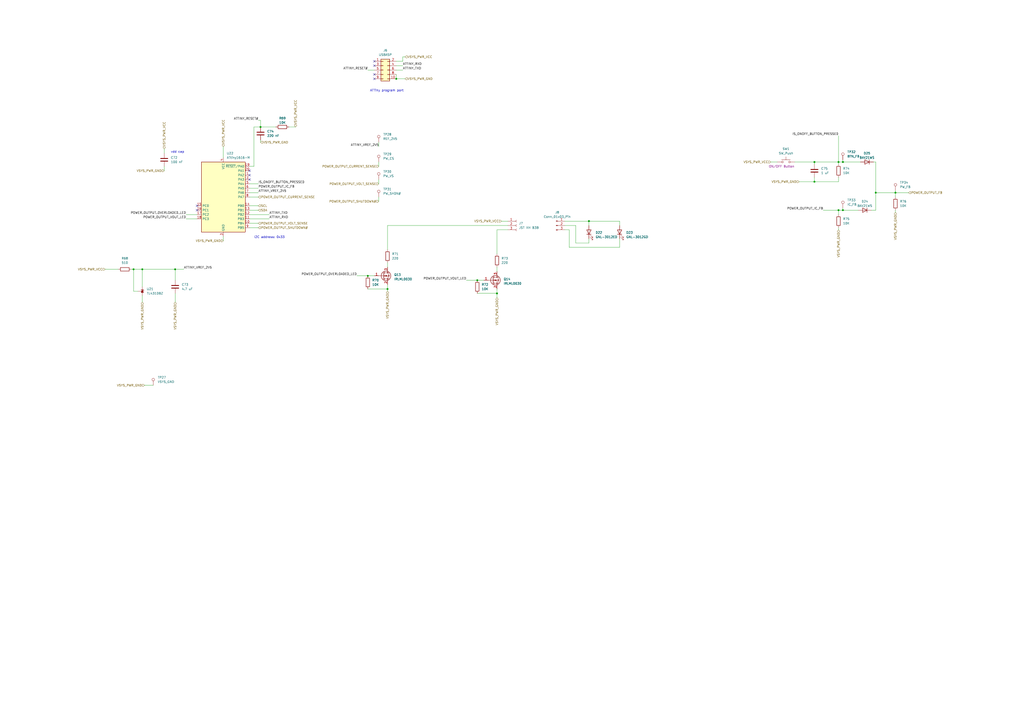
<source format=kicad_sch>
(kicad_sch (version 20231120) (generator "eeschema") (generator_version "8.0")
  (paper "A2")
  (lib_symbols
    (symbol "Connector:Conn_01x03_Pin" (pin_names (offset 1.016) hide)
      (property "Reference" "J" (at 0 5.08 0))
      (property "Value" "Conn_01x03_Pin" (at 0 -5.08 0))
      (symbol "Conn_01x03_Pin_1_1"
        (polyline (pts (xy 1.27 -2.54) (xy 0.8636 -2.54)) (stroke (width 0.1524)))
        (polyline (pts (xy 1.27 0) (xy 0.8636 0)) (stroke (width 0.1524)))
        (polyline (pts (xy 1.27 2.54) (xy 0.8636 2.54)) (stroke (width 0.1524)))
        (rectangle (start 0.8636 -2.413) (end 0 -2.667) (stroke (width 0.1524)) (fill (type outline)))
        (rectangle (start 0.8636 0.127) (end 0 -0.127) (stroke (width 0.1524)) (fill (type outline)))
        (rectangle (start 0.8636 2.667) (end 0 2.413) (stroke (width 0.1524)) (fill (type outline)))
        (pin passive line (at 5.08 2.54 180) (length 3.81) (name "Pin_1") (number "1"))
        (pin passive line (at 5.08 0 180) (length 3.81) (name "Pin_2") (number "2"))
        (pin passive line (at 5.08 -2.54 180) (length 3.81) (name "Pin_3") (number "3"))
      )
    )
    (symbol "Connector:Conn_01x03_Socket" (pin_names (offset 1.016) hide)
      (property "Reference" "J" (at 0 5.08 0))
      (property "Value" "Conn_01x03_Socket" (at 0 -5.08 0))
      (symbol "Conn_01x03_Socket_1_1"
        (arc (start 0 -2.032) (mid -0.5058 -2.54) (end 0 -3.048) (stroke (width 0.1524)))
        (polyline (pts (xy -1.27 -2.54) (xy -0.508 -2.54)) (stroke (width 0.1524)))
        (polyline (pts (xy -1.27 0) (xy -0.508 0)) (stroke (width 0.1524)))
        (polyline (pts (xy -1.27 2.54) (xy -0.508 2.54)) (stroke (width 0.1524)))
        (arc (start 0 0.508) (mid -0.5058 0) (end 0 -0.508) (stroke (width 0.1524)))
        (arc (start 0 3.048) (mid -0.5058 2.54) (end 0 2.032) (stroke (width 0.1524)))
        (pin passive line (at -5.08 2.54 0) (length 3.81) (name "Pin_1") (number "1"))
        (pin passive line (at -5.08 0 0) (length 3.81) (name "Pin_2") (number "2"))
        (pin passive line (at -5.08 -2.54 0) (length 3.81) (name "Pin_3") (number "3"))
      )
    )
    (symbol "Connector:TestPoint" (pin_numbers hide) (pin_names (offset 0.762) hide)
      (property "Reference" "TP" (at 0 6.858 0))
      (property "Value" "TestPoint" (at 0 5.08 0))
      (symbol "TestPoint_0_1"
        (circle (center 0 3.302) (radius 0.762))
      )
      (symbol "TestPoint_1_1"
        (pin passive line (at 0 0 90) (length 2.54) (name "1") (number "1"))
      )
    )
    (symbol "Connector_Generic:Conn_02x05_Odd_Even" (pin_names (offset 1.016) hide)
      (property "Reference" "J" (at 1.27 7.62 0))
      (property "Value" "Conn_02x05_Odd_Even" (at 1.27 -7.62 0))
      (symbol "Conn_02x05_Odd_Even_1_1"
        (rectangle (start -1.27 -4.953) (end 0 -5.207) (stroke (width 0.1524)))
        (rectangle (start -1.27 -2.413) (end 0 -2.667) (stroke (width 0.1524)))
        (rectangle (start -1.27 0.127) (end 0 -0.127) (stroke (width 0.1524)))
        (rectangle (start -1.27 2.667) (end 0 2.413) (stroke (width 0.1524)))
        (rectangle (start -1.27 5.207) (end 0 4.953) (stroke (width 0.1524)))
        (rectangle (start -1.27 6.35) (end 3.81 -6.35) (stroke (width 0.254)) (fill (type background)))
        (rectangle (start 3.81 -4.953) (end 2.54 -5.207) (stroke (width 0.1524)))
        (rectangle (start 3.81 -2.413) (end 2.54 -2.667) (stroke (width 0.1524)))
        (rectangle (start 3.81 0.127) (end 2.54 -0.127) (stroke (width 0.1524)))
        (rectangle (start 3.81 2.667) (end 2.54 2.413) (stroke (width 0.1524)))
        (rectangle (start 3.81 5.207) (end 2.54 4.953) (stroke (width 0.1524)))
        (pin passive line (at -5.08 5.08 0) (length 3.81) (name "Pin_1") (number "1"))
        (pin passive line (at 7.62 -5.08 180) (length 3.81) (name "Pin_10") (number "10"))
        (pin passive line (at 7.62 5.08 180) (length 3.81) (name "Pin_2") (number "2"))
        (pin passive line (at -5.08 2.54 0) (length 3.81) (name "Pin_3") (number "3"))
        (pin passive line (at 7.62 2.54 180) (length 3.81) (name "Pin_4") (number "4"))
        (pin passive line (at -5.08 0 0) (length 3.81) (name "Pin_5") (number "5"))
        (pin passive line (at 7.62 0 180) (length 3.81) (name "Pin_6") (number "6"))
        (pin passive line (at -5.08 -2.54 0) (length 3.81) (name "Pin_7") (number "7"))
        (pin passive line (at 7.62 -2.54 180) (length 3.81) (name "Pin_8") (number "8"))
        (pin passive line (at -5.08 -5.08 0) (length 3.81) (name "Pin_9") (number "9"))
      )
    )
    (symbol "Device:C" (pin_numbers hide) (pin_names (offset 0.254))
      (property "Reference" "C" (at 0.635 2.54 0))
      (property "Value" "C" (at 0.635 -2.54 0))
      (symbol "C_0_1"
        (polyline (pts (xy -2.032 -0.762) (xy 2.032 -0.762)) (stroke (width 0.508)))
        (polyline (pts (xy -2.032 0.762) (xy 2.032 0.762)) (stroke (width 0.508)))
      )
      (symbol "C_1_1"
        (pin passive line (at 0 3.81 270) (length 2.794) (name "~") (number "1"))
        (pin passive line (at 0 -3.81 90) (length 2.794) (name "~") (number "2"))
      )
    )
    (symbol "Device:D" (pin_numbers hide) (pin_names (offset 1.016) hide)
      (property "Reference" "D" (at 0 2.54 0))
      (property "Value" "D" (at 0 -2.54 0))
      (symbol "D_0_1"
        (polyline (pts (xy -1.27 1.27) (xy -1.27 -1.27)) (stroke (width 0.254)))
        (polyline (pts (xy 1.27 0) (xy -1.27 0)))
        (polyline (pts (xy 1.27 1.27) (xy 1.27 -1.27) (xy -1.27 0) (xy 1.27 1.27)) (stroke (width 0.254)))
      )
      (symbol "D_1_1"
        (pin passive line (at -3.81 0 0) (length 2.54) (name "K") (number "1"))
        (pin passive line (at 3.81 0 180) (length 2.54) (name "A") (number "2"))
      )
    )
    (symbol "Device:LED" (pin_numbers hide) (pin_names (offset 1.016) hide)
      (property "Reference" "D" (at 0 2.54 0))
      (property "Value" "LED" (at 0 -2.54 0))
      (symbol "LED_0_1"
        (polyline (pts (xy -1.27 -1.27) (xy -1.27 1.27)) (stroke (width 0.254)))
        (polyline (pts (xy -1.27 0) (xy 1.27 0)))
        (polyline (pts (xy 1.27 -1.27) (xy 1.27 1.27) (xy -1.27 0) (xy 1.27 -1.27)) (stroke (width 0.254)))
        (polyline (pts (xy -3.048 -0.762) (xy -4.572 -2.286) (xy -3.81 -2.286) (xy -4.572 -2.286) (xy -4.572 -1.524)))
        (polyline (pts (xy -1.778 -0.762) (xy -3.302 -2.286) (xy -2.54 -2.286) (xy -3.302 -2.286) (xy -3.302 -1.524)))
      )
      (symbol "LED_1_1"
        (pin passive line (at -3.81 0 0) (length 2.54) (name "K") (number "1"))
        (pin passive line (at 3.81 0 180) (length 2.54) (name "A") (number "2"))
      )
    )
    (symbol "Device:R" (pin_numbers hide) (pin_names (offset 0))
      (property "Reference" "R" (at 2.032 0 90))
      (property "Value" "R" (at 0 0 90))
      (symbol "R_0_1"
        (rectangle (start -1.016 -2.54) (end 1.016 2.54) (stroke (width 0.254)))
      )
      (symbol "R_1_1"
        (pin passive line (at 0 3.81 270) (length 1.27) (name "~") (number "1"))
        (pin passive line (at 0 -3.81 90) (length 1.27) (name "~") (number "2"))
      )
    )
    (symbol "MCU_Microchip_ATtiny:ATtiny1616-M"
      (property "Reference" "U" (at -12.7 21.59 0))
      (property "Value" "ATtiny1616-M" (at 2.54 -21.59 0))
      (symbol "ATtiny1616-M_0_1"
        (rectangle (start -12.7 -20.32) (end 12.7 20.32) (stroke (width 0.254)) (fill (type background)))
      )
      (symbol "ATtiny1616-M_1_1"
        (pin bidirectional line (at 15.24 12.7 180) (length 2.54) (name "PA2") (number "1"))
        (pin bidirectional line (at 15.24 -15.24 180) (length 2.54) (name "PB4") (number "10"))
        (pin bidirectional line (at 15.24 -12.7 180) (length 2.54) (name "PB3") (number "11"))
        (pin bidirectional line (at 15.24 -10.16 180) (length 2.54) (name "PB2") (number "12"))
        (pin bidirectional line (at 15.24 -7.62 180) (length 2.54) (name "PB1") (number "13"))
        (pin bidirectional line (at 15.24 -5.08 180) (length 2.54) (name "PB0") (number "14"))
        (pin bidirectional line (at -15.24 -5.08 0) (length 2.54) (name "PC0") (number "15"))
        (pin bidirectional line (at -15.24 -7.62 0) (length 2.54) (name "PC1") (number "16"))
        (pin bidirectional line (at -15.24 -10.16 0) (length 2.54) (name "PC2") (number "17"))
        (pin bidirectional line (at -15.24 -12.7 0) (length 2.54) (name "PC3") (number "18"))
        (pin bidirectional line (at 15.24 17.78 180) (length 2.54) (name "~{RESET}/PA0") (number "19"))
        (pin bidirectional line (at 15.24 10.16 180) (length 2.54) (name "PA3") (number "2"))
        (pin bidirectional line (at 15.24 15.24 180) (length 2.54) (name "PA1") (number "20"))
        (pin passive line (at 0 -22.86 90) (length 2.54) hide (name "GND") (number "21"))
        (pin power_in line (at 0 -22.86 90) (length 2.54) (name "GND") (number "3"))
        (pin power_in line (at 0 22.86 270) (length 2.54) (name "VCC") (number "4"))
        (pin bidirectional line (at 15.24 7.62 180) (length 2.54) (name "PA4") (number "5"))
        (pin bidirectional line (at 15.24 5.08 180) (length 2.54) (name "PA5") (number "6"))
        (pin bidirectional line (at 15.24 2.54 180) (length 2.54) (name "PA6") (number "7"))
        (pin bidirectional line (at 15.24 0 180) (length 2.54) (name "PA7") (number "8"))
        (pin bidirectional line (at 15.24 -17.78 180) (length 2.54) (name "PB5") (number "9"))
      )
    )
    (symbol "Reference_Voltage:TL431DBZ" (pin_numbers hide) (pin_names hide)
      (property "Reference" "U" (at -2.54 2.54 0))
      (property "Value" "TL431DBZ" (at 0 -2.54 0))
      (symbol "TL431DBZ_0_1"
        (polyline (pts (xy -1.27 0) (xy 0 0) (xy 1.27 0)))
        (polyline (pts (xy -0.762 -0.762) (xy -0.762 0.762) (xy 0.762 0) (xy -0.762 -0.762)) (fill (type outline)))
        (polyline (pts (xy 0.254 -0.762) (xy 0.762 -0.762) (xy 0.762 0.762) (xy 0.762 0.762)) (stroke (width 0.254)))
      )
      (symbol "TL431DBZ_1_1"
        (pin passive line (at 2.54 0 180) (length 2.54) (name "K") (number "1"))
        (pin passive line (at 0 2.54 270) (length 2.54) (name "REF") (number "2"))
        (pin passive line (at -2.54 0 0) (length 2.54) (name "A") (number "3"))
      )
    )
    (symbol "Switch:SW_Push" (pin_numbers hide) (pin_names (offset 1.016) hide)
      (property "Reference" "SW" (at 1.27 2.54 0))
      (property "Value" "SW_Push" (at 0 -1.524 0))
      (symbol "SW_Push_0_1"
        (circle (center -2.032 0) (radius 0.508))
        (polyline (pts (xy 0 1.27) (xy 0 3.048)))
        (polyline (pts (xy 2.54 1.27) (xy -2.54 1.27)))
        (circle (center 2.032 0) (radius 0.508))
        (pin passive line (at -5.08 0 0) (length 2.54) (name "1") (number "1"))
        (pin passive line (at 5.08 0 180) (length 2.54) (name "2") (number "2"))
      )
    )
    (symbol "Transistor_FET:IRLML0030" (pin_names hide)
      (property "Reference" "Q" (at 5.08 1.905 0))
      (property "Value" "IRLML0030" (at 5.08 0 0))
      (symbol "IRLML0030_0_1"
        (polyline (pts (xy 0.254 0) (xy -2.54 0)))
        (polyline (pts (xy 0.254 1.905) (xy 0.254 -1.905)) (stroke (width 0.254)))
        (polyline (pts (xy 0.762 -1.27) (xy 0.762 -2.286)) (stroke (width 0.254)))
        (polyline (pts (xy 0.762 0.508) (xy 0.762 -0.508)) (stroke (width 0.254)))
        (polyline (pts (xy 0.762 2.286) (xy 0.762 1.27)) (stroke (width 0.254)))
        (polyline (pts (xy 2.54 2.54) (xy 2.54 1.778)))
        (polyline (pts (xy 2.54 -2.54) (xy 2.54 0) (xy 0.762 0)))
        (polyline (pts (xy 0.762 -1.778) (xy 3.302 -1.778) (xy 3.302 1.778) (xy 0.762 1.778)))
        (polyline (pts (xy 1.016 0) (xy 2.032 0.381) (xy 2.032 -0.381) (xy 1.016 0)) (fill (type outline)))
        (polyline (pts (xy 2.794 0.508) (xy 2.921 0.381) (xy 3.683 0.381) (xy 3.81 0.254)))
        (polyline (pts (xy 3.302 0.381) (xy 2.921 -0.254) (xy 3.683 -0.254) (xy 3.302 0.381)))
        (circle (center 1.651 0) (radius 2.794) (stroke (width 0.254)))
        (circle (center 2.54 -1.778) (radius 0.254) (fill (type outline)))
        (circle (center 2.54 1.778) (radius 0.254) (fill (type outline)))
      )
      (symbol "IRLML0030_1_1"
        (pin input line (at -5.08 0 0) (length 2.54) (name "G") (number "1"))
        (pin passive line (at 2.54 -5.08 90) (length 2.54) (name "S") (number "2"))
        (pin passive line (at 2.54 5.08 270) (length 2.54) (name "D") (number "3"))
      )
    )
  )
  (junction (at 77.47 156.21))
  (junction (at 341.63 128.27))
  (junction (at 224.79 167.64))
  (junction (at 213.36 160.02))
  (junction (at 486.41 93.98))
  (junction (at 151.13 73.66))
  (junction (at 488.95 93.98))
  (junction (at 101.6 156.21))
  (junction (at 229.87 45.72))
  (junction (at 488.95 121.92))
  (junction (at 519.43 111.76))
  (junction (at 82.55 156.21))
  (junction (at 508 111.76))
  (junction (at 472.44 105.41))
  (junction (at 276.86 162.56))
  (junction (at 472.44 93.98))
  (junction (at 288.29 170.18))
  (junction (at 486.41 121.92))
  (no_connect (at 217.17 43.18))
  (no_connect (at 114.3 121.92))
  (no_connect (at 144.78 101.6))
  (no_connect (at 114.3 119.38))
  (no_connect (at 217.17 45.72))
  (no_connect (at 144.78 104.14))
  (no_connect (at 144.78 99.06))
  (no_connect (at 217.17 38.1))
  (no_connect (at 217.17 35.56))
  (wire (pts (xy 233.68 33.02) (xy 233.68 35.56)))
  (wire (pts (xy 144.78 127) (xy 156.21 127)))
  (wire (pts (xy 233.68 38.1) (xy 229.87 38.1)))
  (wire (pts (xy 486.41 102.87) (xy 486.41 105.41)))
  (wire (pts (xy 60.96 156.21) (xy 68.58 156.21)))
  (wire (pts (xy 334.01 140.97) (xy 334.01 130.81)))
  (wire (pts (xy 144.78 109.22) (xy 149.86 109.22)))
  (wire (pts (xy 144.78 129.54) (xy 149.86 129.54)))
  (wire (pts (xy 519.43 121.92) (xy 519.43 123.19)))
  (wire (pts (xy 447.04 93.98) (xy 450.85 93.98)))
  (wire (pts (xy 486.41 78.74) (xy 486.41 93.98)))
  (wire (pts (xy 461.01 93.98) (xy 472.44 93.98)))
  (wire (pts (xy 519.43 110.49) (xy 519.43 111.76)))
  (wire (pts (xy 519.43 114.3) (xy 519.43 111.76)))
  (wire (pts (xy 288.29 147.32) (xy 288.29 133.35)))
  (wire (pts (xy 213.36 40.64) (xy 217.17 40.64)))
  (wire (pts (xy 488.95 120.65) (xy 488.95 121.92)))
  (wire (pts (xy 508 93.98) (xy 508 111.76)))
  (wire (pts (xy 233.68 33.02) (xy 234.95 33.02)))
  (wire (pts (xy 472.44 102.87) (xy 472.44 105.41)))
  (wire (pts (xy 82.55 171.45) (xy 82.55 175.26)))
  (wire (pts (xy 276.86 162.56) (xy 280.67 162.56)))
  (wire (pts (xy 147.32 96.52) (xy 144.78 96.52)))
  (wire (pts (xy 341.63 128.27) (xy 359.41 128.27)))
  (wire (pts (xy 276.86 170.18) (xy 288.29 170.18)))
  (wire (pts (xy 508 111.76) (xy 508 121.92)))
  (wire (pts (xy 144.78 124.46) (xy 156.21 124.46)))
  (wire (pts (xy 472.44 105.41) (xy 486.41 105.41)))
  (wire (pts (xy 327.66 133.35) (xy 330.2 133.35)))
  (wire (pts (xy 359.41 128.27) (xy 359.41 130.81)))
  (wire (pts (xy 219.71 93.98) (xy 219.71 96.52)))
  (wire (pts (xy 144.78 121.92) (xy 149.86 121.92)))
  (wire (pts (xy 290.83 128.27) (xy 294.64 128.27)))
  (wire (pts (xy 472.44 93.98) (xy 486.41 93.98)))
  (wire (pts (xy 488.95 92.71) (xy 488.95 93.98)))
  (wire (pts (xy 213.36 160.02) (xy 217.17 160.02)))
  (wire (pts (xy 486.41 93.98) (xy 486.41 95.25)))
  (wire (pts (xy 219.71 104.14) (xy 219.71 106.68)))
  (wire (pts (xy 334.01 130.81) (xy 327.66 130.81)))
  (wire (pts (xy 144.78 106.68) (xy 149.86 106.68)))
  (wire (pts (xy 486.41 121.92) (xy 486.41 124.46)))
  (wire (pts (xy 144.78 132.08) (xy 149.86 132.08)))
  (wire (pts (xy 129.54 137.16) (xy 129.54 139.7)))
  (wire (pts (xy 101.6 156.21) (xy 106.68 156.21)))
  (wire (pts (xy 144.78 114.3) (xy 149.86 114.3)))
  (wire (pts (xy 144.78 119.38) (xy 149.86 119.38)))
  (wire (pts (xy 207.01 160.02) (xy 213.36 160.02)))
  (wire (pts (xy 101.6 170.18) (xy 101.6 175.26)))
  (wire (pts (xy 506.73 93.98) (xy 508 93.98)))
  (wire (pts (xy 83.82 223.52) (xy 88.9 223.52)))
  (wire (pts (xy 359.41 143.51) (xy 359.41 138.43)))
  (wire (pts (xy 486.41 132.08) (xy 486.41 133.35)))
  (wire (pts (xy 341.63 128.27) (xy 341.63 130.81)))
  (wire (pts (xy 270.51 162.56) (xy 276.86 162.56)))
  (wire (pts (xy 129.54 85.09) (xy 129.54 91.44)))
  (wire (pts (xy 224.79 144.78) (xy 224.79 130.81)))
  (wire (pts (xy 224.79 130.81) (xy 294.64 130.81)))
  (wire (pts (xy 82.55 156.21) (xy 101.6 156.21)))
  (wire (pts (xy 486.41 121.92) (xy 488.95 121.92)))
  (wire (pts (xy 147.32 73.66) (xy 147.32 96.52)))
  (wire (pts (xy 224.79 152.4) (xy 224.79 154.94)))
  (wire (pts (xy 327.66 128.27) (xy 341.63 128.27)))
  (wire (pts (xy 288.29 167.64) (xy 288.29 170.18)))
  (wire (pts (xy 76.2 156.21) (xy 77.47 156.21)))
  (wire (pts (xy 472.44 93.98) (xy 472.44 95.25)))
  (wire (pts (xy 488.95 121.92) (xy 497.84 121.92)))
  (wire (pts (xy 330.2 143.51) (xy 359.41 143.51)))
  (wire (pts (xy 229.87 45.72) (xy 234.95 45.72)))
  (wire (pts (xy 477.52 121.92) (xy 486.41 121.92)))
  (wire (pts (xy 288.29 154.94) (xy 288.29 157.48)))
  (wire (pts (xy 233.68 40.64) (xy 229.87 40.64)))
  (wire (pts (xy 341.63 138.43) (xy 341.63 140.97)))
  (wire (pts (xy 219.71 82.55) (xy 219.71 85.09)))
  (wire (pts (xy 82.55 156.21) (xy 82.55 166.37)))
  (wire (pts (xy 101.6 156.21) (xy 101.6 162.56)))
  (wire (pts (xy 77.47 168.91) (xy 77.47 156.21)))
  (wire (pts (xy 519.43 111.76) (xy 527.05 111.76)))
  (wire (pts (xy 149.86 69.85) (xy 151.13 69.85)))
  (wire (pts (xy 213.36 167.64) (xy 224.79 167.64)))
  (wire (pts (xy 151.13 81.28) (xy 151.13 82.55)))
  (wire (pts (xy 219.71 114.3) (xy 219.71 116.84)))
  (wire (pts (xy 224.79 165.1) (xy 224.79 167.64)))
  (wire (pts (xy 167.64 73.66) (xy 171.45 73.66)))
  (wire (pts (xy 151.13 73.66) (xy 160.02 73.66)))
  (wire (pts (xy 288.29 133.35) (xy 294.64 133.35)))
  (wire (pts (xy 224.79 167.64) (xy 224.79 168.91)))
  (wire (pts (xy 508 111.76) (xy 519.43 111.76)))
  (wire (pts (xy 486.41 93.98) (xy 488.95 93.98)))
  (wire (pts (xy 508 121.92) (xy 505.46 121.92)))
  (wire (pts (xy 151.13 69.85) (xy 151.13 73.66)))
  (wire (pts (xy 463.55 105.41) (xy 472.44 105.41)))
  (wire (pts (xy 80.01 168.91) (xy 77.47 168.91)))
  (wire (pts (xy 488.95 93.98) (xy 499.11 93.98)))
  (wire (pts (xy 288.29 170.18) (xy 288.29 172.72)))
  (wire (pts (xy 147.32 73.66) (xy 151.13 73.66)))
  (wire (pts (xy 330.2 133.35) (xy 330.2 143.51)))
  (wire (pts (xy 341.63 140.97) (xy 334.01 140.97)))
  (wire (pts (xy 107.95 127) (xy 114.3 127)))
  (wire (pts (xy 107.95 124.46) (xy 114.3 124.46)))
  (wire (pts (xy 95.25 86.36) (xy 95.25 88.9)))
  (wire (pts (xy 233.68 35.56) (xy 229.87 35.56)))
  (wire (pts (xy 95.25 96.52) (xy 95.25 99.06)))
  (wire (pts (xy 144.78 111.76) (xy 149.86 111.76)))
  (wire (pts (xy 77.47 156.21) (xy 82.55 156.21)))
  (wire (pts (xy 229.87 43.18) (xy 229.87 45.72)))
  (text "ATTiny program port" (at 214.63 53.34 0) (effects (font (size 1.27 1.27)) (justify left bottom)))
  (text "I2C address: 0x33" (at 147.32 138.43 0) (effects (font (size 1.27 1.27)) (justify left bottom)))
  (text "vdd cap\n" (at 99.06 88.9 0) (effects (font (size 1.27 1.27)) (justify left bottom)))
  (label "POWER_OUTPUT_VOUT_LED" (at 270.51 162.56 180))
  (label "ATTINY_TXD" (at 156.21 124.46 0))
  (label "ATTINY_VREF_2V5" (at 219.71 85.09 180))
  (label "ATTINY_TXD" (at 233.68 40.64 0))
  (label "POWER_OUTPUT_IC_FB" (at 477.52 121.92 180))
  (label "POWER_OUTPUT_IC_FB" (at 149.86 109.22 0))
  (label "IS_ONOFF_BUTTON_PRESSED" (at 149.86 106.68 0))
  (label "POWER_OUTPUT_OVERLOADED_LED" (at 107.95 124.46 180))
  (label "ATTINY_VREF_2V5" (at 106.68 156.21 0))
  (label "ATTINY_RXD" (at 233.68 38.1 0))
  (label "POWER_OUTPUT_VOUT_LED" (at 107.95 127 180))
  (label "ATTINY_RESET#" (at 213.36 40.64 180))
  (label "POWER_OUTPUT_OVERLOADED_LED" (at 207.01 160.02 180))
  (label "IS_ONOFF_BUTTON_PRESSED" (at 486.41 78.74 180))
  (label "ATTINY_RXD" (at 156.21 127 0))
  (label "ATTINY_RESET#" (at 149.86 69.85 180))
  (label "ATTINY_VREF_2V5" (at 149.86 111.76 0))
  (hierarchical_label "VSYS_PWR_VCC" (shape input) (at 129.54 85.09 90))
  (hierarchical_label "VSYS_PWR_GND" (shape input) (at 234.95 45.72 0))
  (hierarchical_label "VSYS_PWR_GND" (shape input) (at 129.54 139.7 180))
  (hierarchical_label "VSYS_PWR_VCC" (shape input) (at 234.95 33.02 0))
  (hierarchical_label "POWER_OUTPUT_SHUTDOWN#" (shape input) (at 149.86 132.08 0))
  (hierarchical_label "VSYS_PWR_GND" (shape input) (at 151.13 82.55 0))
  (hierarchical_label "VSYS_PWR_VCC" (shape input) (at 447.04 93.98 180))
  (hierarchical_label "VSYS_PWR_GND" (shape input) (at 463.55 105.41 180))
  (hierarchical_label "VSYS_PWR_GND" (shape input) (at 83.82 223.52 180))
  (hierarchical_label "POWER_OUTPUT_CURRENT_SENSE" (shape input) (at 149.86 114.3 0))
  (hierarchical_label "VSYS_PWR_GND" (shape input) (at 95.25 99.06 180))
  (hierarchical_label "VSYS_PWR_VCC" (shape input) (at 290.83 128.27 180))
  (hierarchical_label "POWER_OUTPUT_FB" (shape input) (at 527.05 111.76 0))
  (hierarchical_label "VSYS_PWR_GND" (shape input) (at 82.55 175.26 270))
  (hierarchical_label "VSYS_PWR_VCC" (shape input) (at 95.25 86.36 90))
  (hierarchical_label "VSYS_PWR_GND" (shape input) (at 288.29 172.72 270))
  (hierarchical_label "POWER_OUTPUT_SHUTDOWN#" (shape input) (at 219.71 116.84 180))
  (hierarchical_label "VSYS_PWR_GND" (shape input) (at 101.6 175.26 270))
  (hierarchical_label "VSYS_PWR_VCC" (shape input) (at 60.96 156.21 180))
  (hierarchical_label "POWER_OUTPUT_VOLT_SENSE" (shape input) (at 149.86 129.54 0))
  (hierarchical_label "VSYS_PWR_GND" (shape input) (at 224.79 168.91 270))
  (hierarchical_label "SDA" (shape input) (at 149.86 121.92 0))
  (hierarchical_label "SCL" (shape input) (at 149.86 119.38 0))
  (hierarchical_label "VSYS_PWR_GND" (shape input) (at 519.43 123.19 270))
  (hierarchical_label "POWER_OUTPUT_VOLT_SENSE" (shape input) (at 219.71 106.68 180))
  (hierarchical_label "VSYS_PWR_GND" (shape input) (at 486.41 133.35 270))
  (hierarchical_label "POWER_OUTPUT_CURRENT_SENSE" (shape input) (at 219.71 96.52 180))
  (hierarchical_label "VSYS_PWR_VCC" (shape input) (at 171.45 73.66 90))
  (symbol (lib_id "Connector:TestPoint") (at 219.71 114.3 0) (unit 1)
    (property "Reference" "TP31" (at 222.25 109.728 0) (effects (justify left)))
    (property "Value" "PW_SHDN#" (at 222.25 112.268 0) (effects (justify left)))
    (property "Footprint" "TestPoint:TestPoint_Pad_1.0x1.0mm" (effects (hide yes)))
    (property "Description" "test point" (effects (hide yes)))
  )
  (symbol (lib_id "Connector:TestPoint") (at 519.43 110.49 0) (unit 1)
    (property "Reference" "TP34" (at 521.97 105.918 0) (effects (justify left)))
    (property "Value" "PW_FB" (at 521.97 108.458 0) (effects (justify left)))
    (property "Footprint" "TestPoint:TestPoint_Pad_1.0x1.0mm" (effects (hide yes)))
    (property "Description" "test point" (effects (hide yes)))
  )
  (symbol (lib_id "MCU_Microchip_ATtiny:ATtiny1616-M") (at 129.54 114.3 0) (unit 1)
    (property "Reference" "U22" (at 131.4959 88.9 0) (effects (justify left)))
    (property "Value" "ATtiny1616-M" (at 131.4959 91.44 0) (effects (justify left)))
    (property "Footprint" "Package_DFN_QFN:VQFN-20-1EP_3x3mm_P0.4mm_EP1.7x1.7mm" (effects (hide yes)))
    (property "Datasheet" "http://ww1.microchip.com/downloads/en/DeviceDoc/ATtiny3216_ATtiny1616-data-sheet-40001997B.pdf" (effects (hide yes)))
    (property "Description" "20MHz, 16kB Flash, 2kB SRAM, 256B EEPROM, VQFN-20" (effects (hide yes)))
  )
  (symbol (lib_id "Device:D") (at 502.92 93.98 180) (unit 1)
    (property "Reference" "D25" (at 502.92 88.9 0))
    (property "Value" "BAV21WS" (at 502.92 91.44 0))
    (property "Footprint" "Diode_SMD:D_SOD-323F" (effects (hide yes)))
    (property "Description" "Diode" (effects (hide yes)))
    (property "Sim.Device" "D" (effects (hide yes)))
    (property "Sim.Pins" "1=K 2=A" (effects (hide yes)))
  )
  (symbol (lib_id "Connector:TestPoint") (at 219.71 82.55 0) (unit 1)
    (property "Reference" "TP28" (at 222.25 77.9779 0) (effects (justify left)))
    (property "Value" "REF_2V5" (at 222.25 80.5179 0) (effects (justify left)))
    (property "Footprint" "TestPoint:TestPoint_Pad_1.0x1.0mm" (effects (hide yes)))
    (property "Description" "test point" (effects (hide yes)))
  )
  (symbol (lib_id "Device:R") (at 224.79 148.59 180) (unit 1)
    (property "Reference" "R71" (at 227.33 147.3199 0) (effects (justify right)))
    (property "Value" "220" (at 227.33 149.8599 0) (effects (justify right)))
    (property "Footprint" "Resistor_SMD:R_0805_2012Metric" (effects (hide yes)))
    (property "Description" "Resistor" (effects (hide yes)))
  )
  (symbol (lib_id "Device:C") (at 95.25 92.71 0) (unit 1)
    (property "Reference" "C72" (at 99.06 91.44 0) (effects (justify left)))
    (property "Value" "100 nF" (at 99.06 93.98 0) (effects (justify left)))
    (property "Footprint" "Capacitor_SMD:C_0603_1608Metric" (effects (hide yes)))
    (property "Description" "Unpolarized capacitor" (effects (hide yes)))
  )
  (symbol (lib_id "Device:R") (at 486.41 128.27 180) (unit 1)
    (property "Reference" "R75" (at 488.95 127 0) (effects (justify right)))
    (property "Value" "10K" (at 488.95 129.54 0) (effects (justify right)))
    (property "Footprint" "Resistor_SMD:R_0805_2012Metric" (effects (hide yes)))
    (property "Description" "Resistor" (effects (hide yes)))
  )
  (symbol (lib_id "Connector:TestPoint") (at 219.71 93.98 0) (unit 1)
    (property "Reference" "TP29" (at 222.25 89.408 0) (effects (justify left)))
    (property "Value" "PW_CS" (at 222.25 91.948 0) (effects (justify left)))
    (property "Footprint" "TestPoint:TestPoint_Pad_1.0x1.0mm" (effects (hide yes)))
    (property "Description" "test point" (effects (hide yes)))
  )
  (symbol (lib_id "Device:R") (at 72.39 156.21 270) (unit 1)
    (property "Reference" "R68" (at 72.39 149.86 90))
    (property "Value" "510" (at 72.39 152.4 90))
    (property "Footprint" "Resistor_SMD:R_0805_2012Metric" (effects (hide yes)))
    (property "Description" "Resistor" (effects (hide yes)))
  )
  (symbol (lib_id "Connector:TestPoint") (at 488.95 92.71 0) (unit 1)
    (property "Reference" "TP32" (at 491.49 88.138 0) (effects (justify left)))
    (property "Value" "BTN_FB" (at 491.49 90.678 0) (effects (justify left)))
    (property "Footprint" "TestPoint:TestPoint_Pad_1.0x1.0mm" (effects (hide yes)))
    (property "Description" "test point" (effects (hide yes)))
  )
  (symbol (lib_id "Connector:TestPoint") (at 219.71 104.14 0) (unit 1)
    (property "Reference" "TP30" (at 222.25 99.568 0) (effects (justify left)))
    (property "Value" "PW_VS" (at 222.25 102.108 0) (effects (justify left)))
    (property "Footprint" "TestPoint:TestPoint_Pad_1.0x1.0mm" (effects (hide yes)))
    (property "Description" "test point" (effects (hide yes)))
  )
  (symbol (lib_id "Connector:Conn_01x03_Socket") (at 299.72 130.81 0) (unit 1)
    (property "Reference" "J7" (at 300.99 129.54 0) (effects (justify left)))
    (property "Value" "JST XH B3B" (at 300.99 132.08 0) (effects (justify left)))
    (property "Footprint" "Connector_JST:JST_XH_B3B-XH-A_1x03_P2.50mm_Vertical" (effects (hide yes)))
    (property "Description" "Generic connector, single row, 01x03, script generated" (effects (hide yes)))
  )
  (symbol (lib_id "Transistor_FET:IRLML0030") (at 285.75 162.56 0) (unit 1)
    (property "Reference" "Q14" (at 292.1 161.925 0) (effects (justify left)))
    (property "Value" "IRLML0030" (at 292.1 164.465 0) (effects (justify left)))
    (property "Footprint" "Package_TO_SOT_SMD:SOT-23" (effects (hide yes)))
    (property "Datasheet" "https://www.infineon.com/dgdl/irlml0030pbf.pdf?fileId=5546d462533600a401535664773825df" (effects (hide yes)))
    (property "Description" "5.3A Id, 30V Vds, 27mOhm Rds, N-Channel HEXFET Power MOSFET, SOT-23" (effects (hide yes)))
  )
  (symbol (lib_id "Device:R") (at 276.86 166.37 180) (unit 1)
    (property "Reference" "R72" (at 279.4 165.1 0) (effects (justify right)))
    (property "Value" "10K" (at 279.4 167.64 0) (effects (justify right)))
    (property "Footprint" "Resistor_SMD:R_0805_2012Metric" (effects (hide yes)))
    (property "Description" "Resistor" (effects (hide yes)))
  )
  (symbol (lib_id "Transistor_FET:IRLML0030") (at 222.25 160.02 0) (unit 1)
    (property "Reference" "Q13" (at 228.6 159.385 0) (effects (justify left)))
    (property "Value" "IRLML0030" (at 228.6 161.925 0) (effects (justify left)))
    (property "Footprint" "Package_TO_SOT_SMD:SOT-23" (effects (hide yes)))
    (property "Datasheet" "https://www.infineon.com/dgdl/irlml0030pbf.pdf?fileId=5546d462533600a401535664773825df" (effects (hide yes)))
    (property "Description" "5.3A Id, 30V Vds, 27mOhm Rds, N-Channel HEXFET Power MOSFET, SOT-23" (effects (hide yes)))
  )
  (symbol (lib_id "Connector:TestPoint") (at 88.9 223.52 0) (unit 1)
    (property "Reference" "TP27" (at 91.44 218.9479 0) (effects (justify left)))
    (property "Value" "VSYS_GND" (at 91.44 221.4879 0) (effects (justify left)))
    (property "Footprint" "Library:TestPoint_Plated_Hole_D1.0mm" (effects (hide yes)))
    (property "Description" "test point" (effects (hide yes)))
  )
  (symbol (lib_id "Connector:Conn_01x03_Pin") (at 322.58 130.81 0) (unit 1) (on_board no)
    (property "Reference" "J8" (at 323.215 123.19 0))
    (property "Value" "Conn_01x03_Pin" (at 323.215 125.73 0))
    (property "Description" "Generic connector, single row, 01x03, script generated" (effects (hide yes)))
  )
  (symbol (lib_id "Connector_Generic:Conn_02x05_Odd_Even") (at 222.25 40.64 0) (unit 1)
    (property "Reference" "J6" (at 223.52 29.21 0))
    (property "Value" "USBASP" (at 223.52 31.75 0))
    (property "Footprint" "Library:DC3-2x05_p2.54" (effects (hide yes)))
    (property "Description" "Generic connector, double row, 02x05, odd/even pin numbering scheme (row 1 odd numbers, row 2 even numbers), script generated (kicad-library-utils/schlib/autogen/connector/)" (effects (hide yes)))
    (property "Sim.Device" "SPICE" (effects (hide yes)))
    (property "Sim.Params" "type=\"J\" model=\"USBASP\" lib=\"\"" (effects (hide yes)))
    (property "Sim.Pins" "1=1 2=2 3=3 4=4 5=5 6=6 7=7 8=8 9=9 10=10" (effects (hide yes)))
  )
  (symbol (lib_id "Device:R") (at 213.36 163.83 180) (unit 1)
    (property "Reference" "R70" (at 215.9 162.56 0) (effects (justify right)))
    (property "Value" "10K" (at 215.9 165.1 0) (effects (justify right)))
    (property "Footprint" "Resistor_SMD:R_0805_2012Metric" (effects (hide yes)))
    (property "Description" "Resistor" (effects (hide yes)))
  )
  (symbol (lib_id "Reference_Voltage:TL431DBZ") (at 82.55 168.91 90) (unit 1)
    (property "Reference" "U21" (at 85.09 167.6399 90) (effects (justify right)))
    (property "Value" "TL431DBZ" (at 85.09 170.1799 90) (effects (justify right)))
    (property "Footprint" "Package_TO_SOT_SMD:SOT-23" (effects (hide yes)))
    (property "Datasheet" "http://www.ti.com/lit/ds/symlink/tl431.pdf" (effects (hide yes)))
    (property "Description" "Shunt Regulator, SOT-23" (effects (hide yes)))
  )
  (symbol (lib_id "Device:C") (at 101.6 166.37 0) (unit 1)
    (property "Reference" "C73" (at 105.41 165.0999 0) (effects (justify left)))
    (property "Value" "4.7 uF" (at 105.41 167.6399 0) (effects (justify left)))
    (property "Footprint" "Capacitor_SMD:C_0603_1608Metric" (effects (hide yes)))
    (property "Description" "Unpolarized capacitor" (effects (hide yes)))
  )
  (symbol (lib_id "Device:C") (at 472.44 99.06 180) (unit 1)
    (property "Reference" "C75" (at 476.25 97.7899 0) (effects (justify right)))
    (property "Value" "1 uF" (at 476.25 100.3299 0) (effects (justify right)))
    (property "Footprint" "Capacitor_SMD:C_0603_1608Metric" (effects (hide yes)))
    (property "Description" "Unpolarized capacitor" (effects (hide yes)))
  )
  (symbol (lib_id "Device:LED") (at 359.41 134.62 90) (unit 1) (on_board no)
    (property "Reference" "D23" (at 363.22 134.9375 90) (effects (justify right)))
    (property "Value" "GNL-3012GD" (at 363.22 137.4775 90) (effects (justify right)))
    (property "Footprint" "Connector_JST:JST_XH_B2B-XH-A_1x02_P2.50mm_Vertical" (effects (hide yes)))
    (property "Description" "Light emitting diode" (effects (hide yes)))
  )
  (symbol (lib_id "Device:C") (at 151.13 77.47 0) (unit 1)
    (property "Reference" "C74" (at 154.94 76.2 0) (effects (justify left)))
    (property "Value" "220 nF" (at 154.94 78.74 0) (effects (justify left)))
    (property "Footprint" "Capacitor_SMD:C_0603_1608Metric" (effects (hide yes)))
    (property "Description" "Unpolarized capacitor" (effects (hide yes)))
  )
  (symbol (lib_id "Device:R") (at 519.43 118.11 180) (unit 1)
    (property "Reference" "R76" (at 521.97 116.84 0) (effects (justify right)))
    (property "Value" "10K" (at 521.97 119.38 0) (effects (justify right)))
    (property "Footprint" "Resistor_SMD:R_0805_2012Metric" (effects (hide yes)))
    (property "Description" "Resistor" (effects (hide yes)))
  )
  (symbol (lib_id "Device:R") (at 163.83 73.66 90) (unit 1)
    (property "Reference" "R69" (at 163.83 68.58 90))
    (property "Value" "10K" (at 163.83 71.12 90))
    (property "Footprint" "Resistor_SMD:R_0805_2012Metric" (effects (hide yes)))
    (property "Description" "Resistor" (effects (hide yes)))
  )
  (symbol (lib_id "Switch:SW_Push") (at 455.93 93.98 0) (unit 1)
    (property "Reference" "SW1" (at 455.93 86.36 0))
    (property "Value" "SW_Push" (at 455.93 88.9 0))
    (property "Footprint" "Connector_JST:JST_XH_B2B-XH-A_1x02_P2.50mm_Vertical" (effects (hide yes)))
    (property "Description" "Push button switch, generic, two pins" (effects (hide yes)))
    (property "Поле4" "ON/OFF Button" (at 453.39 96.52 0))
  )
  (symbol (lib_id "Device:R") (at 486.41 99.06 180) (unit 1)
    (property "Reference" "R74" (at 488.95 97.79 0) (effects (justify right)))
    (property "Value" "10K" (at 488.95 100.33 0) (effects (justify right)))
    (property "Footprint" "Resistor_SMD:R_0805_2012Metric" (effects (hide yes)))
    (property "Description" "Resistor" (effects (hide yes)))
  )
  (symbol (lib_id "Connector:TestPoint") (at 488.95 120.65 0) (unit 1)
    (property "Reference" "TP33" (at 491.49 116.078 0) (effects (justify left)))
    (property "Value" "IC_FB" (at 491.49 118.618 0) (effects (justify left)))
    (property "Footprint" "TestPoint:TestPoint_Pad_1.0x1.0mm" (effects (hide yes)))
    (property "Description" "test point" (effects (hide yes)))
  )
  (symbol (lib_id "Device:LED") (at 341.63 134.62 90) (unit 1) (on_board no)
    (property "Reference" "D22" (at 345.44 134.9375 90) (effects (justify right)))
    (property "Value" "GNL-3012ED" (at 345.44 137.4775 90) (effects (justify right)))
    (property "Footprint" "Connector_JST:JST_XH_B2B-XH-A_1x02_P2.50mm_Vertical" (effects (hide yes)))
    (property "Description" "Light emitting diode" (effects (hide yes)))
  )
  (symbol (lib_id "Device:D") (at 501.65 121.92 180) (unit 1)
    (property "Reference" "D24" (at 501.65 116.84 0))
    (property "Value" "BAV21WS" (at 501.65 119.38 0))
    (property "Footprint" "Diode_SMD:D_SOD-323F" (effects (hide yes)))
    (property "Description" "Diode" (effects (hide yes)))
    (property "Sim.Device" "D" (effects (hide yes)))
    (property "Sim.Pins" "1=K 2=A" (effects (hide yes)))
  )
  (symbol (lib_id "Device:R") (at 288.29 151.13 180) (unit 1)
    (property "Reference" "R73" (at 290.83 149.8599 0) (effects (justify right)))
    (property "Value" "220" (at 290.83 152.3999 0) (effects (justify right)))
    (property "Footprint" "Resistor_SMD:R_0805_2012Metric" (effects (hide yes)))
    (property "Description" "Resistor" (effects (hide yes)))
  )
)
</source>
